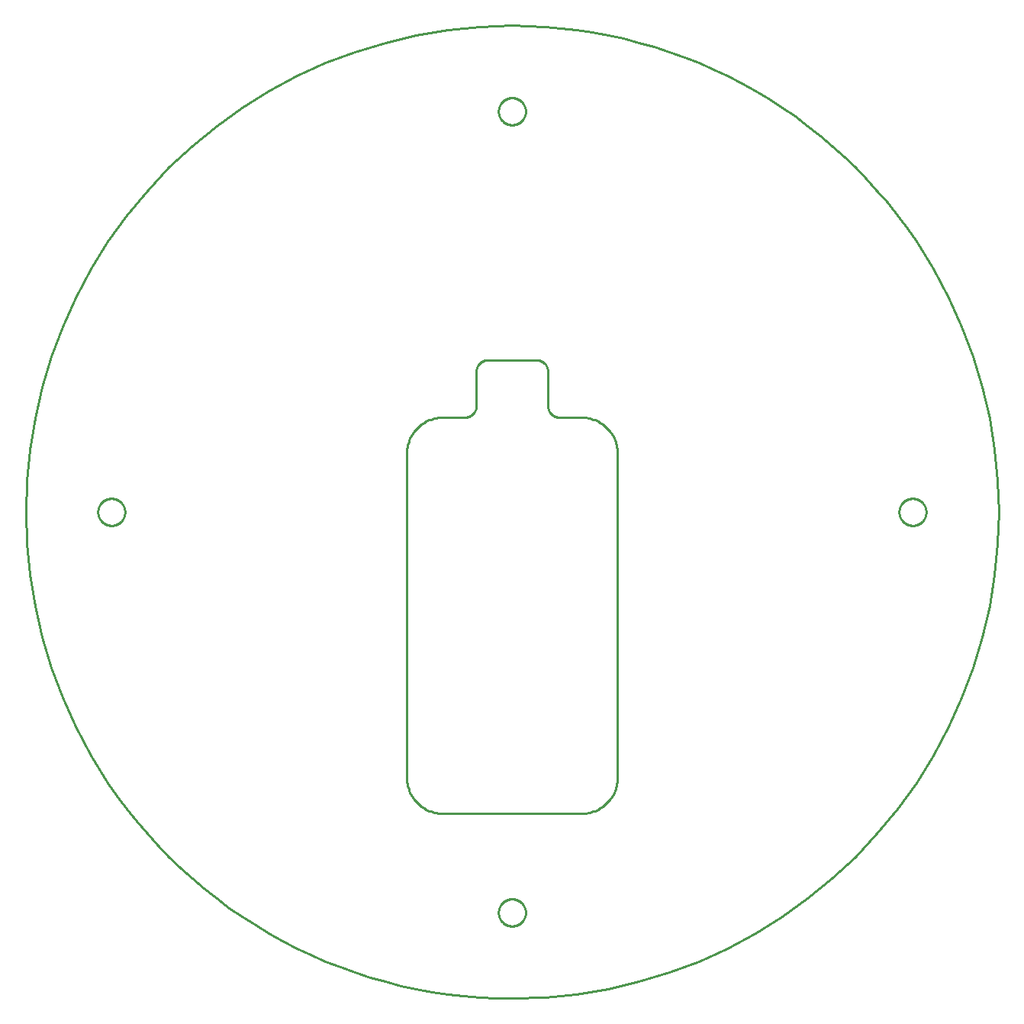
<source format=gbr>
%TF.GenerationSoftware,KiCad,Pcbnew,8.0.5*%
%TF.CreationDate,2025-02-19T23:04:31-05:00*%
%TF.ProjectId,airbrake_mod,61697262-7261-46b6-955f-6d6f642e6b69,rev?*%
%TF.SameCoordinates,Original*%
%TF.FileFunction,Profile,NP*%
%FSLAX46Y46*%
G04 Gerber Fmt 4.6, Leading zero omitted, Abs format (unit mm)*
G04 Created by KiCad (PCBNEW 8.0.5) date 2025-02-19 23:04:31*
%MOMM*%
%LPD*%
G01*
G04 APERTURE LIST*
%TA.AperFunction,Profile*%
%ADD10C,0.264998*%
%TD*%
G04 APERTURE END LIST*
D10*
%TO.C,H1*%
X100077137Y-54076023D02*
X100153261Y-54081878D01*
X100228275Y-54091474D01*
X100302087Y-54104716D01*
X100374603Y-54121512D01*
X100445727Y-54141766D01*
X100515366Y-54165384D01*
X100583427Y-54192273D01*
X100649815Y-54222338D01*
X100714435Y-54255486D01*
X100777195Y-54291621D01*
X100837999Y-54330651D01*
X100896754Y-54372480D01*
X100953366Y-54417014D01*
X101007740Y-54464161D01*
X101059784Y-54513824D01*
X101109401Y-54565911D01*
X101156499Y-54620327D01*
X101200984Y-54676978D01*
X101242761Y-54735770D01*
X101281737Y-54796609D01*
X101317816Y-54859400D01*
X101350906Y-54924050D01*
X101380912Y-54990464D01*
X101407741Y-55058549D01*
X101431297Y-55128209D01*
X101451487Y-55199352D01*
X101468217Y-55271882D01*
X101481394Y-55345707D01*
X101490922Y-55420730D01*
X101496707Y-55496860D01*
X101498657Y-55574000D01*
X101496707Y-55651141D01*
X101490922Y-55727270D01*
X101481394Y-55802294D01*
X101468217Y-55876118D01*
X101451487Y-55948648D01*
X101431297Y-56019791D01*
X101407741Y-56089451D01*
X101380912Y-56157536D01*
X101350906Y-56223950D01*
X101317816Y-56288599D01*
X101281737Y-56351391D01*
X101242761Y-56412229D01*
X101200984Y-56471021D01*
X101156499Y-56527672D01*
X101109401Y-56582088D01*
X101059784Y-56634175D01*
X101007740Y-56683839D01*
X100953366Y-56730985D01*
X100896754Y-56775520D01*
X100837999Y-56817349D01*
X100777195Y-56856379D01*
X100714435Y-56892514D01*
X100649815Y-56925662D01*
X100583427Y-56955727D01*
X100515366Y-56982617D01*
X100445727Y-57006235D01*
X100374603Y-57026490D01*
X100302087Y-57043286D01*
X100228275Y-57056529D01*
X100153261Y-57066125D01*
X100077137Y-57071980D01*
X100000000Y-57074000D01*
X100000000Y-57073996D01*
X99922862Y-57071977D01*
X99846738Y-57066122D01*
X99771724Y-57056526D01*
X99697912Y-57043283D01*
X99625397Y-57026488D01*
X99554272Y-57006233D01*
X99484633Y-56982615D01*
X99416572Y-56955726D01*
X99350185Y-56925660D01*
X99285564Y-56892513D01*
X99222805Y-56856378D01*
X99162000Y-56817348D01*
X99103245Y-56775519D01*
X99046633Y-56730984D01*
X98992259Y-56683838D01*
X98940216Y-56634175D01*
X98890598Y-56582088D01*
X98843500Y-56527672D01*
X98799015Y-56471021D01*
X98757238Y-56412229D01*
X98718263Y-56351391D01*
X98682183Y-56288599D01*
X98649093Y-56223950D01*
X98619087Y-56157535D01*
X98592259Y-56089451D01*
X98568702Y-56019791D01*
X98548512Y-55948648D01*
X98531782Y-55876118D01*
X98518606Y-55802294D01*
X98509078Y-55727270D01*
X98503292Y-55651141D01*
X98501342Y-55574000D01*
X98503292Y-55496860D01*
X98509078Y-55420730D01*
X98518606Y-55345707D01*
X98531782Y-55271882D01*
X98548512Y-55199352D01*
X98568702Y-55128209D01*
X98592259Y-55058549D01*
X98619087Y-54990464D01*
X98649093Y-54924050D01*
X98682183Y-54859400D01*
X98718263Y-54796609D01*
X98757238Y-54735770D01*
X98799015Y-54676978D01*
X98843500Y-54620327D01*
X98890598Y-54565911D01*
X98940216Y-54513824D01*
X98992259Y-54464161D01*
X99046633Y-54417014D01*
X99103245Y-54372480D01*
X99162000Y-54330651D01*
X99222805Y-54291621D01*
X99285564Y-54255486D01*
X99350185Y-54222338D01*
X99416572Y-54192273D01*
X99484633Y-54165384D01*
X99554272Y-54141766D01*
X99625397Y-54121512D01*
X99697912Y-54104716D01*
X99771724Y-54091474D01*
X99846738Y-54081878D01*
X99922862Y-54076023D01*
X100000000Y-54074004D01*
X100077137Y-54076023D01*
X101803324Y-46079020D02*
X103596836Y-46168610D01*
X105379307Y-46317060D01*
X107149508Y-46523660D01*
X108906210Y-46787700D01*
X110648185Y-47108471D01*
X112374202Y-47485264D01*
X114083033Y-47917368D01*
X115773449Y-48404074D01*
X117444221Y-48944673D01*
X119094120Y-49538455D01*
X120721917Y-50184711D01*
X122326383Y-50882730D01*
X123906288Y-51631803D01*
X125460405Y-52431221D01*
X126987503Y-53280275D01*
X128486354Y-54178254D01*
X129955728Y-55124449D01*
X131394397Y-56118150D01*
X132801132Y-57158648D01*
X134174704Y-58245233D01*
X135513883Y-59377196D01*
X136817441Y-60553828D01*
X138084149Y-61774417D01*
X139312777Y-63038256D01*
X140502097Y-64344634D01*
X141650879Y-65692842D01*
X142757895Y-67082170D01*
X143821915Y-68511909D01*
X144841711Y-69981349D01*
X145816053Y-71489781D01*
X146743713Y-73036494D01*
X148438545Y-76211251D01*
X149907399Y-79465479D01*
X151150275Y-82787827D01*
X152167174Y-86166941D01*
X152958095Y-89591467D01*
X153523039Y-93050054D01*
X153862005Y-96531346D01*
X153974994Y-100023992D01*
X153862005Y-103516638D01*
X153523039Y-106997930D01*
X152958095Y-110456517D01*
X152167174Y-113881044D01*
X151150275Y-117260158D01*
X149907399Y-120582506D01*
X148438545Y-123836736D01*
X146743713Y-127011493D01*
X144841711Y-130066638D01*
X142757895Y-132965818D01*
X140502097Y-135703355D01*
X138084149Y-138273572D01*
X135513883Y-140670794D01*
X132801132Y-142889343D01*
X129955728Y-144923543D01*
X126987503Y-146767717D01*
X123906288Y-148416189D01*
X120721917Y-149863282D01*
X117444221Y-151103320D01*
X114083033Y-152130626D01*
X110648185Y-152939523D01*
X107149508Y-153524334D01*
X103596836Y-153879384D01*
X100000000Y-153998996D01*
X98196675Y-153968975D01*
X96403163Y-153879384D01*
X94620692Y-153730934D01*
X92850490Y-153524334D01*
X91093787Y-153260294D01*
X89351812Y-152939523D01*
X87625794Y-152562730D01*
X85916962Y-152130626D01*
X84226545Y-151643919D01*
X82555772Y-151103320D01*
X80905872Y-150509538D01*
X79278074Y-149863282D01*
X77673608Y-149165263D01*
X76093701Y-148416189D01*
X74539584Y-147616771D01*
X73012485Y-146767717D01*
X71513634Y-145869738D01*
X70044258Y-144923543D01*
X68605589Y-143929841D01*
X67198853Y-142889343D01*
X65825282Y-141802757D01*
X64486102Y-140670794D01*
X63182545Y-139494162D01*
X61915837Y-138273572D01*
X60687210Y-137009733D01*
X59497891Y-135703355D01*
X58349110Y-134355146D01*
X57242096Y-132965818D01*
X56178077Y-131536079D01*
X55158283Y-130066638D01*
X54183943Y-128558206D01*
X53256286Y-127011493D01*
X51561457Y-123836736D01*
X50092606Y-120582506D01*
X48849731Y-117260158D01*
X47832834Y-113881044D01*
X47041914Y-110456517D01*
X46476971Y-106997930D01*
X46138005Y-103516638D01*
X46025016Y-100023992D01*
X46138005Y-96531346D01*
X46476971Y-93050054D01*
X47041914Y-89591467D01*
X47832834Y-86166941D01*
X48849731Y-82787827D01*
X50092606Y-79465479D01*
X51561457Y-76211251D01*
X53256286Y-73036494D01*
X55158283Y-69981349D01*
X57242096Y-67082170D01*
X59497891Y-64344634D01*
X61915837Y-61774417D01*
X64486102Y-59377196D01*
X67198853Y-57158648D01*
X70044258Y-55124449D01*
X73012485Y-53280275D01*
X76093701Y-51631803D01*
X79278074Y-50184711D01*
X82555772Y-48944673D01*
X85916962Y-47917368D01*
X89351812Y-47108471D01*
X92850490Y-46523660D01*
X96403163Y-46168610D01*
X100000000Y-46048999D01*
X101803324Y-46079020D01*
X144500111Y-98524831D02*
X144549953Y-98527321D01*
X144599489Y-98531447D01*
X144648683Y-98537188D01*
X144697502Y-98544526D01*
X144745912Y-98553441D01*
X144793879Y-98563912D01*
X144841368Y-98575921D01*
X144888345Y-98589447D01*
X144934777Y-98604470D01*
X144980628Y-98620972D01*
X145025865Y-98638932D01*
X145070454Y-98658330D01*
X145114360Y-98679148D01*
X145157550Y-98701364D01*
X145199989Y-98724960D01*
X145241643Y-98749915D01*
X145282477Y-98776211D01*
X145322459Y-98803826D01*
X145361553Y-98832742D01*
X145399725Y-98862939D01*
X145436942Y-98894397D01*
X145473168Y-98927097D01*
X145508370Y-98961018D01*
X145542515Y-98996140D01*
X145575566Y-99032445D01*
X145607492Y-99069913D01*
X145638256Y-99108523D01*
X145667825Y-99148256D01*
X145696166Y-99189093D01*
X145723243Y-99231013D01*
X145749023Y-99273997D01*
X145796123Y-99362225D01*
X145836942Y-99452662D01*
X145871482Y-99544992D01*
X145899742Y-99638900D01*
X145921722Y-99734069D01*
X145937421Y-99830186D01*
X145946841Y-99926933D01*
X145949981Y-100023996D01*
X145946841Y-100121059D01*
X145937421Y-100217806D01*
X145921722Y-100313923D01*
X145899742Y-100409092D01*
X145871482Y-100503000D01*
X145836942Y-100595331D01*
X145796123Y-100685768D01*
X145749023Y-100773997D01*
X145696166Y-100858901D01*
X145638256Y-100939471D01*
X145575566Y-101015549D01*
X145508370Y-101086977D01*
X145436942Y-101153597D01*
X145361553Y-101215252D01*
X145282477Y-101271784D01*
X145199989Y-101323035D01*
X145114360Y-101368847D01*
X145025865Y-101409063D01*
X144934777Y-101443524D01*
X144841368Y-101472074D01*
X144745912Y-101494554D01*
X144648683Y-101510806D01*
X144549953Y-101520673D01*
X144449997Y-101523997D01*
X144399881Y-101523163D01*
X144350037Y-101520673D01*
X144300501Y-101516548D01*
X144251305Y-101510806D01*
X144202485Y-101503468D01*
X144154074Y-101494554D01*
X144106106Y-101484082D01*
X144058616Y-101472074D01*
X144011638Y-101458548D01*
X143965206Y-101443524D01*
X143919354Y-101427022D01*
X143874116Y-101409063D01*
X143829527Y-101389664D01*
X143785620Y-101368847D01*
X143742430Y-101346630D01*
X143699991Y-101323035D01*
X143658337Y-101298079D01*
X143617502Y-101271784D01*
X143577520Y-101244168D01*
X143538426Y-101215252D01*
X143500253Y-101185055D01*
X143463037Y-101153597D01*
X143426810Y-101120898D01*
X143391608Y-101086977D01*
X143357463Y-101051854D01*
X143324412Y-101015549D01*
X143292486Y-100978081D01*
X143261722Y-100939471D01*
X143232152Y-100899738D01*
X143203812Y-100858901D01*
X143176735Y-100816981D01*
X143150955Y-100773997D01*
X143103855Y-100685768D01*
X143063036Y-100595331D01*
X143028496Y-100503000D01*
X143000236Y-100409092D01*
X142978256Y-100313923D01*
X142962556Y-100217806D01*
X142953137Y-100121059D01*
X142949997Y-100023996D01*
X142953137Y-99926933D01*
X142962556Y-99830186D01*
X142978256Y-99734069D01*
X143000236Y-99638900D01*
X143028496Y-99544992D01*
X143063036Y-99452662D01*
X143103855Y-99362225D01*
X143150955Y-99273997D01*
X143203812Y-99189093D01*
X143261722Y-99108523D01*
X143324412Y-99032445D01*
X143391608Y-98961018D01*
X143463037Y-98894397D01*
X143538426Y-98832742D01*
X143617502Y-98776211D01*
X143699991Y-98724960D01*
X143785620Y-98679148D01*
X143874116Y-98638932D01*
X143965206Y-98604470D01*
X144058616Y-98575921D01*
X144154074Y-98553441D01*
X144251305Y-98537188D01*
X144350037Y-98527321D01*
X144449997Y-98523997D01*
X144500111Y-98524831D01*
X100077137Y-142976015D02*
X100153261Y-142981870D01*
X100228275Y-142991466D01*
X100302087Y-143004710D01*
X100374603Y-143021506D01*
X100445727Y-143041760D01*
X100515366Y-143065379D01*
X100583427Y-143092268D01*
X100649815Y-143122334D01*
X100714435Y-143155481D01*
X100777195Y-143191617D01*
X100837999Y-143230646D01*
X100896754Y-143272475D01*
X100953366Y-143317010D01*
X101007740Y-143364156D01*
X101059784Y-143413819D01*
X101109401Y-143465906D01*
X101156499Y-143520322D01*
X101200984Y-143576973D01*
X101242761Y-143635764D01*
X101281737Y-143696603D01*
X101317816Y-143759394D01*
X101350906Y-143824044D01*
X101380912Y-143890458D01*
X101407741Y-143958542D01*
X101431297Y-144028203D01*
X101451487Y-144099345D01*
X101468217Y-144171876D01*
X101481394Y-144245700D01*
X101490922Y-144320724D01*
X101496707Y-144396853D01*
X101498657Y-144473994D01*
X101496707Y-144551135D01*
X101490922Y-144627265D01*
X101481394Y-144702289D01*
X101468217Y-144776113D01*
X101451487Y-144848644D01*
X101431297Y-144919786D01*
X101407741Y-144989447D01*
X101380912Y-145057532D01*
X101350906Y-145123946D01*
X101317816Y-145188596D01*
X101281737Y-145251387D01*
X101242761Y-145312226D01*
X101200984Y-145371018D01*
X101156499Y-145427669D01*
X101109401Y-145482085D01*
X101059784Y-145534172D01*
X101007740Y-145583836D01*
X100953366Y-145630982D01*
X100896754Y-145675517D01*
X100837999Y-145717346D01*
X100777195Y-145756375D01*
X100714435Y-145792511D01*
X100649815Y-145825658D01*
X100583427Y-145855723D01*
X100515366Y-145882612D01*
X100445727Y-145906231D01*
X100374603Y-145926485D01*
X100302087Y-145943281D01*
X100228275Y-145956524D01*
X100153261Y-145966119D01*
X100077137Y-145971974D01*
X100000000Y-145973994D01*
X99922862Y-145971974D01*
X99846738Y-145966119D01*
X99771724Y-145956524D01*
X99697912Y-145943281D01*
X99625397Y-145926485D01*
X99554272Y-145906231D01*
X99484633Y-145882612D01*
X99416572Y-145855723D01*
X99350185Y-145825658D01*
X99285564Y-145792511D01*
X99222805Y-145756375D01*
X99162000Y-145717346D01*
X99103245Y-145675517D01*
X99046633Y-145630982D01*
X98992259Y-145583836D01*
X98940216Y-145534172D01*
X98890598Y-145482085D01*
X98843500Y-145427669D01*
X98799015Y-145371018D01*
X98757238Y-145312226D01*
X98718263Y-145251387D01*
X98682183Y-145188596D01*
X98649093Y-145123946D01*
X98619087Y-145057532D01*
X98592259Y-144989447D01*
X98568702Y-144919786D01*
X98548512Y-144848644D01*
X98531782Y-144776113D01*
X98518606Y-144702289D01*
X98509078Y-144627265D01*
X98503292Y-144551135D01*
X98501342Y-144473994D01*
X98503292Y-144396853D01*
X98509078Y-144320724D01*
X98518606Y-144245700D01*
X98531782Y-144171876D01*
X98548512Y-144099345D01*
X98568702Y-144028203D01*
X98592259Y-143958542D01*
X98619087Y-143890458D01*
X98649093Y-143824044D01*
X98682183Y-143759394D01*
X98718263Y-143696603D01*
X98757238Y-143635764D01*
X98799015Y-143576973D01*
X98843500Y-143520322D01*
X98890598Y-143465906D01*
X98940216Y-143413819D01*
X98992259Y-143364156D01*
X99046633Y-143317010D01*
X99103245Y-143272475D01*
X99162000Y-143230646D01*
X99222805Y-143191617D01*
X99285564Y-143155481D01*
X99350185Y-143122334D01*
X99416572Y-143092268D01*
X99484633Y-143065379D01*
X99554272Y-143041760D01*
X99625397Y-143021506D01*
X99697912Y-143004710D01*
X99771724Y-142991466D01*
X99846738Y-142981870D01*
X99922862Y-142976015D01*
X100000000Y-142973994D01*
X100077137Y-142976015D01*
X55600102Y-98524831D02*
X55649945Y-98527321D01*
X55699480Y-98531447D01*
X55748676Y-98537188D01*
X55797496Y-98544526D01*
X55845907Y-98553441D01*
X55893875Y-98563912D01*
X55941365Y-98575921D01*
X55988344Y-98589447D01*
X56034777Y-98604470D01*
X56080630Y-98620972D01*
X56125869Y-98638932D01*
X56170459Y-98658330D01*
X56214367Y-98679148D01*
X56257559Y-98701364D01*
X56299999Y-98724960D01*
X56341654Y-98749915D01*
X56382490Y-98776211D01*
X56422473Y-98803826D01*
X56461567Y-98832742D01*
X56499741Y-98862939D01*
X56536958Y-98894397D01*
X56573185Y-98927097D01*
X56608387Y-98961018D01*
X56642531Y-98996140D01*
X56675582Y-99032445D01*
X56707507Y-99069913D01*
X56738270Y-99108523D01*
X56767838Y-99148256D01*
X56796177Y-99189093D01*
X56823252Y-99231013D01*
X56849029Y-99273997D01*
X56896129Y-99362225D01*
X56936948Y-99452662D01*
X56971488Y-99544992D01*
X56999748Y-99638900D01*
X57021728Y-99734069D01*
X57037428Y-99830186D01*
X57046847Y-99926933D01*
X57049987Y-100023996D01*
X57046847Y-100121059D01*
X57037428Y-100217806D01*
X57021728Y-100313923D01*
X56999748Y-100409092D01*
X56971488Y-100503000D01*
X56936948Y-100595331D01*
X56896129Y-100685768D01*
X56849029Y-100773997D01*
X56796177Y-100858901D01*
X56738270Y-100939471D01*
X56675582Y-101015549D01*
X56608387Y-101086977D01*
X56536958Y-101153597D01*
X56461567Y-101215252D01*
X56382490Y-101271784D01*
X56299999Y-101323035D01*
X56214367Y-101368847D01*
X56125869Y-101409063D01*
X56034777Y-101443524D01*
X55941365Y-101472074D01*
X55845907Y-101494554D01*
X55748676Y-101510806D01*
X55649945Y-101520673D01*
X55549987Y-101523997D01*
X55499873Y-101523163D01*
X55450031Y-101520673D01*
X55400495Y-101516548D01*
X55351300Y-101510806D01*
X55302481Y-101503468D01*
X55254070Y-101494554D01*
X55206103Y-101484082D01*
X55158614Y-101472074D01*
X55111636Y-101458548D01*
X55065204Y-101443524D01*
X55019352Y-101427022D01*
X54974114Y-101409063D01*
X54929524Y-101389664D01*
X54885617Y-101368847D01*
X54842427Y-101346630D01*
X54799987Y-101323035D01*
X54758333Y-101298079D01*
X54717497Y-101271784D01*
X54677515Y-101244168D01*
X54638421Y-101215252D01*
X54600248Y-101185055D01*
X54563031Y-101153597D01*
X54526804Y-101120898D01*
X54491601Y-101086977D01*
X54457456Y-101051854D01*
X54424404Y-101015549D01*
X54392478Y-100978081D01*
X54361713Y-100939471D01*
X54332144Y-100899738D01*
X54303803Y-100858901D01*
X54276726Y-100816981D01*
X54250946Y-100773997D01*
X54203846Y-100685768D01*
X54163026Y-100595331D01*
X54128487Y-100503000D01*
X54100227Y-100409092D01*
X54078247Y-100313923D01*
X54062547Y-100217806D01*
X54053127Y-100121059D01*
X54049987Y-100023996D01*
X54053127Y-99926933D01*
X54062547Y-99830186D01*
X54078247Y-99734069D01*
X54100227Y-99638900D01*
X54128487Y-99544992D01*
X54163026Y-99452662D01*
X54203846Y-99362225D01*
X54250946Y-99273997D01*
X54303803Y-99189093D01*
X54361713Y-99108523D01*
X54424404Y-99032445D01*
X54491601Y-98961018D01*
X54563031Y-98894397D01*
X54638421Y-98832742D01*
X54717497Y-98776211D01*
X54799987Y-98724960D01*
X54885617Y-98679148D01*
X54974114Y-98638932D01*
X55065204Y-98604470D01*
X55158614Y-98575921D01*
X55254070Y-98553441D01*
X55351300Y-98537188D01*
X55450031Y-98527321D01*
X55549987Y-98523997D01*
X55600102Y-98524831D01*
X111713012Y-129399096D02*
X111713012Y-93598986D01*
X111713012Y-93598986D02*
X111712494Y-93598998D01*
X111712524Y-129398982D02*
X111713012Y-129399096D01*
X111712494Y-93598998D02*
X111707475Y-93396311D01*
X111707500Y-129601670D02*
X111712524Y-129398982D01*
X111707475Y-93396311D02*
X111692501Y-93194999D01*
X111692522Y-129802982D02*
X111707500Y-129601670D01*
X111692501Y-93194999D02*
X111667711Y-92995398D01*
X111667727Y-130002584D02*
X111692522Y-129802982D01*
X111667711Y-92995398D02*
X111633243Y-92797842D01*
X111633256Y-130200140D02*
X111667727Y-130002584D01*
X111633243Y-92797842D02*
X111589236Y-92602668D01*
X111589246Y-130395315D02*
X111633256Y-130200140D01*
X111589236Y-92602668D02*
X111535829Y-92410209D01*
X111535836Y-130587774D02*
X111589246Y-130395315D01*
X111535829Y-92410209D02*
X111473161Y-92220801D01*
X111473166Y-130777182D02*
X111535836Y-130587774D01*
X111473161Y-92220801D02*
X111401371Y-92034779D01*
X111401374Y-130963204D02*
X111473166Y-130777182D01*
X111401371Y-92034779D02*
X111320597Y-91852478D01*
X111320600Y-131145506D02*
X111401374Y-130963204D01*
X111320597Y-91852478D02*
X111230979Y-91674232D01*
X111230981Y-131323751D02*
X111320600Y-131145506D01*
X111230979Y-91674232D02*
X111132656Y-91500378D01*
X111132657Y-131497605D02*
X111230981Y-131323751D01*
X111132656Y-91500378D02*
X111025766Y-91331250D01*
X111025767Y-131666734D02*
X111132657Y-131497605D01*
X111025766Y-91331250D02*
X110910449Y-91167182D01*
X110910449Y-131830801D02*
X111025767Y-131666734D01*
X110910449Y-91167182D02*
X110786843Y-91008511D01*
X110786843Y-131989472D02*
X110910449Y-131830801D01*
X110786843Y-91008511D02*
X110655087Y-90855571D01*
X110655087Y-132142413D02*
X110786843Y-131989472D01*
X110655087Y-90855571D02*
X110515319Y-90708697D01*
X110515319Y-132289286D02*
X110655087Y-132142413D01*
X110515319Y-90708697D02*
X110368443Y-90568928D01*
X110368443Y-132429056D02*
X110515319Y-132289286D01*
X110368443Y-90568928D02*
X110215500Y-90437170D01*
X110215500Y-132560814D02*
X110368443Y-132429056D01*
X110215500Y-90437170D02*
X110056827Y-90313562D01*
X110056827Y-132684422D02*
X110215500Y-132560814D01*
X110056827Y-90313562D02*
X109892758Y-90198244D01*
X109892758Y-132799740D02*
X110056827Y-132684422D01*
X109892758Y-90198244D02*
X109723628Y-90091354D01*
X109723628Y-90091354D02*
X109549772Y-89993030D01*
X109723627Y-132906631D02*
X109892758Y-132799740D01*
X109549772Y-89993030D02*
X109371526Y-89903412D01*
X109549771Y-133004955D02*
X109723627Y-132906631D01*
X109371526Y-89903412D02*
X109189224Y-89822638D01*
X109371523Y-133094573D02*
X109549771Y-133004955D01*
X109189224Y-89822638D02*
X109003201Y-89750848D01*
X109189220Y-133175347D02*
X109371523Y-133094573D01*
X109003201Y-89750848D02*
X108813792Y-89688179D01*
X109003195Y-133247138D02*
X109189220Y-133175347D01*
X108813792Y-89688179D02*
X108621333Y-89634771D01*
X108813785Y-133309807D02*
X109003195Y-133247138D01*
X108621333Y-89634771D02*
X108426158Y-89590762D01*
X108621323Y-133363216D02*
X108813785Y-133309807D01*
X108426158Y-89590762D02*
X108228602Y-89556292D01*
X108426145Y-133407225D02*
X108621323Y-133363216D01*
X108228602Y-89556292D02*
X108029000Y-89531498D01*
X108228585Y-133441696D02*
X108426145Y-133407225D01*
X108029000Y-89531498D02*
X107827688Y-89516520D01*
X108028980Y-133466489D02*
X108228585Y-133441696D01*
X107827688Y-89516520D02*
X107625000Y-89511496D01*
X107827663Y-133481468D02*
X108028980Y-133466489D01*
X107625213Y-133486384D02*
X107624969Y-133486491D01*
X107625000Y-89511496D02*
X107625213Y-89511493D01*
X107624969Y-133486491D02*
X107827663Y-133481468D01*
X105238648Y-89511493D02*
X107625213Y-89511493D01*
X105175789Y-89509936D02*
X105238648Y-89511493D01*
X105113237Y-89505283D02*
X105175789Y-89509936D01*
X105051218Y-89497580D02*
X105113237Y-89505283D01*
X104989836Y-89486871D02*
X105051218Y-89497580D01*
X104929195Y-89473198D02*
X104989836Y-89486871D01*
X104869398Y-89456604D02*
X104929195Y-89473198D01*
X104810550Y-89437133D02*
X104869398Y-89456604D01*
X104752754Y-89414828D02*
X104810550Y-89437133D01*
X104696115Y-89389732D02*
X104752754Y-89414828D01*
X104640736Y-89361888D02*
X104696115Y-89389732D01*
X104586722Y-89331339D02*
X104640736Y-89361888D01*
X104534176Y-89298128D02*
X104586722Y-89331339D01*
X104483203Y-89262298D02*
X104534176Y-89298128D01*
X104433907Y-89223893D02*
X104483203Y-89262298D01*
X104386391Y-89182956D02*
X104433907Y-89223893D01*
X104340759Y-89139529D02*
X104386391Y-89182956D01*
X104297334Y-89093894D02*
X104340759Y-89139529D01*
X104256396Y-89046375D02*
X104297334Y-89093894D01*
X104217990Y-88997075D02*
X104256396Y-89046375D01*
X104182159Y-88946098D02*
X104217990Y-88997075D01*
X104148945Y-88893549D02*
X104182159Y-88946098D01*
X104118393Y-88839532D02*
X104148945Y-88893549D01*
X104090545Y-88784150D02*
X104118393Y-88839532D01*
X104065445Y-88727508D02*
X104090545Y-88784150D01*
X104043135Y-88669710D02*
X104065445Y-88727508D01*
X104023660Y-88610860D02*
X104043135Y-88669710D01*
X104007062Y-88551062D02*
X104023660Y-88610860D01*
X103993385Y-88490421D02*
X104007062Y-88551062D01*
X103982672Y-88429039D02*
X103993385Y-88490421D01*
X103974966Y-88367022D02*
X103982672Y-88429039D01*
X103970311Y-88304473D02*
X103974966Y-88367022D01*
X103968750Y-88241496D02*
X103970311Y-88304473D01*
X103968750Y-88241496D02*
X103968658Y-88241496D01*
X103968750Y-84431498D02*
X103967188Y-84368522D01*
X103968658Y-88241496D02*
X103968658Y-84431495D01*
X103968658Y-84431495D02*
X103968750Y-84431498D01*
X103967188Y-84368522D02*
X103962533Y-84305974D01*
X103962533Y-84305974D02*
X103954827Y-84243957D01*
X103954827Y-84243957D02*
X103944114Y-84182575D01*
X103944114Y-84182575D02*
X103930437Y-84121934D01*
X103930437Y-84121934D02*
X103913839Y-84062136D01*
X103913839Y-84062136D02*
X103894364Y-84003286D01*
X103894364Y-84003286D02*
X103872055Y-83945488D01*
X103872055Y-83945488D02*
X103846954Y-83888846D01*
X103846954Y-83888846D02*
X103819106Y-83833464D01*
X103819106Y-83833464D02*
X103788554Y-83779447D01*
X103788554Y-83779447D02*
X103755340Y-83726898D01*
X103755340Y-83726898D02*
X103719509Y-83675922D01*
X103719509Y-83675922D02*
X103681103Y-83626622D01*
X103681103Y-83626622D02*
X103640166Y-83579103D01*
X103640166Y-83579103D02*
X103596740Y-83533469D01*
X103596740Y-83533469D02*
X103551108Y-83490042D01*
X103551108Y-83490042D02*
X103503591Y-83449105D01*
X103503591Y-83449105D02*
X103454293Y-83410700D01*
X103454293Y-83410700D02*
X103403318Y-83374870D01*
X103403318Y-83374870D02*
X103350771Y-83341659D01*
X103350771Y-83341659D02*
X103296755Y-83311109D01*
X103296755Y-83311109D02*
X103241375Y-83283265D01*
X103241375Y-83283265D02*
X103184734Y-83258168D01*
X103184734Y-83258168D02*
X103126937Y-83235863D01*
X103126937Y-83235863D02*
X103068088Y-83216391D01*
X103068088Y-83216391D02*
X103008291Y-83199797D01*
X103008291Y-83199797D02*
X102947650Y-83186124D01*
X102947650Y-83186124D02*
X102886269Y-83175414D01*
X102886269Y-83175414D02*
X102824253Y-83167711D01*
X102824253Y-83167711D02*
X102761705Y-83163058D01*
X102761705Y-83163058D02*
X102698730Y-83161498D01*
X102698730Y-83161498D02*
X102698669Y-83161494D01*
X102698669Y-83161494D02*
X97301147Y-83161494D01*
X97301239Y-83161498D02*
X97238258Y-83163059D01*
X97301147Y-83161494D02*
X97301239Y-83161498D01*
X97238258Y-83163059D02*
X97175706Y-83167713D01*
X97175706Y-83167713D02*
X97113685Y-83175416D01*
X97113685Y-83175416D02*
X97052301Y-83186127D01*
X97052301Y-83186127D02*
X96991657Y-83199801D01*
X96991657Y-83199801D02*
X96931858Y-83216395D01*
X96931858Y-83216395D02*
X96873007Y-83235867D01*
X96873007Y-83235867D02*
X96815208Y-83258173D01*
X96815208Y-83258173D02*
X96758566Y-83283270D01*
X96758566Y-83283270D02*
X96703185Y-83311115D01*
X96703185Y-83311115D02*
X96649168Y-83341665D01*
X96649168Y-83341665D02*
X96596620Y-83374877D01*
X96596620Y-83374877D02*
X96545645Y-83410707D01*
X96545645Y-83410707D02*
X96496347Y-83449112D01*
X96496347Y-83449112D02*
X96448830Y-83490050D01*
X96448830Y-83490050D02*
X96403198Y-83533477D01*
X96403198Y-83533477D02*
X96359768Y-83579111D01*
X96359768Y-83579111D02*
X96318828Y-83626631D01*
X96318828Y-83626631D02*
X96280421Y-83675931D01*
X96280421Y-83675931D02*
X96244590Y-83726908D01*
X96244590Y-83726908D02*
X96211378Y-83779457D01*
X96211378Y-83779457D02*
X96180828Y-83833475D01*
X96180828Y-83833475D02*
X96152984Y-83888857D01*
X96152984Y-83888857D02*
X96127887Y-83945499D01*
X96127887Y-83945499D02*
X96105582Y-84003298D01*
X96105582Y-84003298D02*
X96086112Y-84062148D01*
X96086112Y-84062148D02*
X96069518Y-84121946D01*
X96069518Y-84121946D02*
X96055845Y-84182588D01*
X96055845Y-84182588D02*
X96045136Y-84243970D01*
X96045136Y-84243970D02*
X96037433Y-84305988D01*
X96037433Y-84305988D02*
X96032780Y-84368537D01*
X96032780Y-84368537D02*
X96031219Y-84431514D01*
X96031219Y-84431514D02*
X96031158Y-84431495D01*
X96031158Y-88241492D02*
X96031250Y-88241485D01*
X96031158Y-84431495D02*
X96031158Y-88241492D01*
X96029689Y-88304460D02*
X96031250Y-88241485D01*
X96025034Y-88367009D02*
X96029689Y-88304460D01*
X96017330Y-88429026D02*
X96025034Y-88367009D01*
X96006619Y-88490408D02*
X96017330Y-88429026D01*
X95992944Y-88551049D02*
X96006619Y-88490408D01*
X95976349Y-88610847D02*
X95992944Y-88551049D01*
X95956877Y-88669697D02*
X95976349Y-88610847D01*
X95934570Y-88727496D02*
X95956877Y-88669697D01*
X95909472Y-88784138D02*
X95934570Y-88727496D01*
X95881627Y-88839519D02*
X95909472Y-88784138D01*
X95851077Y-88893537D02*
X95881627Y-88839519D01*
X95817866Y-88946086D02*
X95851077Y-88893537D01*
X95782036Y-88997063D02*
X95817866Y-88946086D01*
X95743632Y-89046363D02*
X95782036Y-88997063D01*
X95702696Y-89093883D02*
X95743632Y-89046363D01*
X95659271Y-89139518D02*
X95702696Y-89093883D01*
X95613638Y-89182945D02*
X95659271Y-89139518D01*
X95566120Y-89223883D02*
X95613638Y-89182945D01*
X95516821Y-89262289D02*
X95566120Y-89223883D01*
X95465844Y-89298119D02*
X95516821Y-89262289D01*
X95413295Y-89331331D02*
X95465844Y-89298119D01*
X95359276Y-89361881D02*
X95413295Y-89331331D01*
X95303893Y-89389725D02*
X95359276Y-89361881D01*
X95247249Y-89414822D02*
X95303893Y-89389725D01*
X95189449Y-89437128D02*
X95247249Y-89414822D01*
X95130598Y-89456600D02*
X95189449Y-89437128D01*
X95070798Y-89473194D02*
X95130598Y-89456600D01*
X95010155Y-89486868D02*
X95070798Y-89473194D01*
X94948772Y-89497578D02*
X95010155Y-89486868D01*
X94886754Y-89505282D02*
X94948772Y-89497578D01*
X94824206Y-89509936D02*
X94886754Y-89505282D01*
X94761230Y-89511496D02*
X94824206Y-89509936D01*
X94761230Y-89511496D02*
X94761169Y-89511493D01*
X92374969Y-133486491D02*
X92374633Y-133486384D01*
X92374969Y-89511496D02*
X92172281Y-89516521D01*
X92374633Y-133486384D02*
X107625213Y-133486384D01*
X92374633Y-89511493D02*
X94761169Y-89511493D01*
X92374633Y-89511493D02*
X92374969Y-89511496D01*
X92172281Y-133481469D02*
X92374969Y-133486491D01*
X92172281Y-89516521D02*
X91970969Y-89531499D01*
X91970969Y-133466492D02*
X92172281Y-133481469D01*
X91970969Y-89531499D02*
X91771367Y-89556293D01*
X91771367Y-133441699D02*
X91970969Y-133466492D01*
X91771367Y-89556293D02*
X91573812Y-89590764D01*
X91573812Y-133407229D02*
X91771367Y-133441699D01*
X91573812Y-89590764D02*
X91378637Y-89634773D01*
X91378637Y-133363221D02*
X91573812Y-133407229D01*
X91378637Y-89634773D02*
X91186178Y-89688182D01*
X91186178Y-133309813D02*
X91378637Y-133363221D01*
X91186178Y-89688182D02*
X90996770Y-89750851D01*
X90996770Y-133247145D02*
X91186178Y-133309813D01*
X90996770Y-89750851D02*
X90810749Y-89822642D01*
X90810749Y-133175355D02*
X90996770Y-133247145D01*
X90810749Y-89822642D02*
X90628448Y-89903416D01*
X90628448Y-133094582D02*
X90810749Y-133175355D01*
X90628448Y-89903416D02*
X90450204Y-89993034D01*
X90450204Y-133004964D02*
X90628448Y-133094582D01*
X90450204Y-89993034D02*
X90276351Y-90091357D01*
X90276351Y-132906641D02*
X90450204Y-133004964D01*
X90276351Y-90091357D02*
X90107224Y-90198248D01*
X90107224Y-132799751D02*
X90276351Y-132906641D01*
X90107224Y-90198248D02*
X89943158Y-90313566D01*
X89943158Y-132684434D02*
X90107224Y-132799751D01*
X89943158Y-90313566D02*
X89784489Y-90437173D01*
X89784489Y-132560827D02*
X89943158Y-132684434D01*
X89784489Y-90437173D02*
X89631551Y-90568931D01*
X89631551Y-132429070D02*
X89784489Y-132560827D01*
X89631551Y-90568931D02*
X89484680Y-90708701D01*
X89484680Y-132289302D02*
X89631551Y-132429070D01*
X89484680Y-90708701D02*
X89344913Y-90855576D01*
X89344913Y-132142427D02*
X89484680Y-132289302D01*
X89344913Y-90855576D02*
X89213156Y-91008516D01*
X89213156Y-131989485D02*
X89344913Y-132142427D01*
X89213156Y-91008516D02*
X89089550Y-91167188D01*
X89089550Y-131830814D02*
X89213156Y-131989485D01*
X89089550Y-91167188D02*
X88974232Y-91331256D01*
X88974233Y-131666746D02*
X89089550Y-131830814D01*
X88974232Y-91331256D02*
X88867342Y-91500384D01*
X88867343Y-131497617D02*
X88974233Y-131666746D01*
X88867342Y-91500384D02*
X88769018Y-91674239D01*
X88769020Y-131323763D02*
X88867343Y-131497617D01*
X88769018Y-91674239D02*
X88679399Y-91852485D01*
X88679402Y-131145518D02*
X88769020Y-131323763D01*
X88679399Y-91852485D02*
X88598625Y-92034786D01*
X88598629Y-130963217D02*
X88679402Y-131145518D01*
X88598625Y-92034786D02*
X88526833Y-92220808D01*
X88526838Y-130777195D02*
X88598629Y-130963217D01*
X88526833Y-92220808D02*
X88464163Y-92410216D01*
X88464170Y-130587787D02*
X88526838Y-130777195D01*
X88464163Y-92410216D02*
X88410754Y-92602675D01*
X88410764Y-130395328D02*
X88464170Y-130587787D01*
X88410754Y-92602675D02*
X88366744Y-92797850D01*
X88366757Y-130200154D02*
X88410764Y-130395328D01*
X88366744Y-92797850D02*
X88332272Y-92995405D01*
X88332288Y-130002598D02*
X88366757Y-130200154D01*
X88332272Y-92995405D02*
X88307477Y-93195006D01*
X88307498Y-129802997D02*
X88332288Y-130002598D01*
X88307477Y-93195006D02*
X88292499Y-93396318D01*
X88292524Y-129601685D02*
X88307498Y-129802997D01*
X88292499Y-93396318D02*
X88287475Y-93599006D01*
X88287506Y-129398997D02*
X88292524Y-129601685D01*
X88287475Y-93599006D02*
X88286773Y-93598986D01*
X88286773Y-129399096D02*
X88287506Y-129398997D01*
X88286773Y-129399096D02*
X88286773Y-93598986D01*
%TD*%
M02*

</source>
